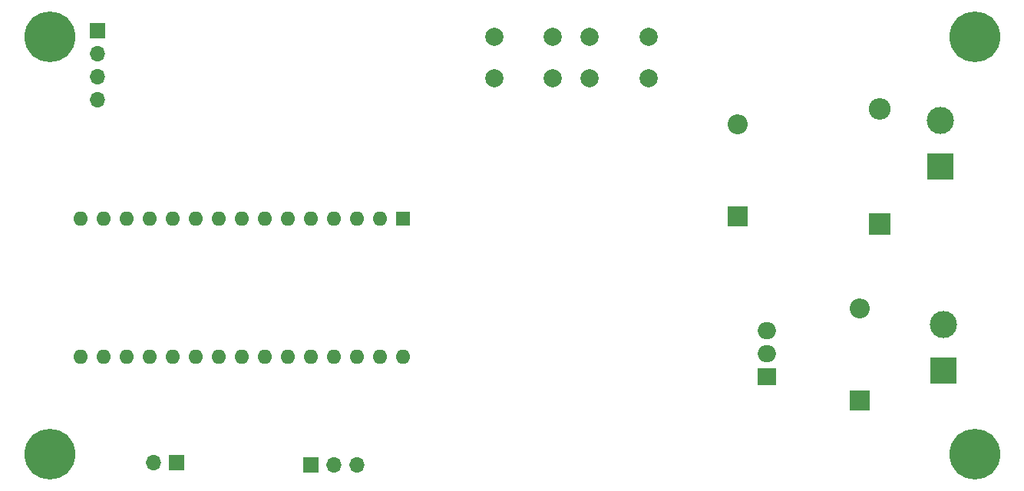
<source format=gbr>
%TF.GenerationSoftware,KiCad,Pcbnew,(6.0.9-0)*%
%TF.CreationDate,2023-03-02T20:06:06+01:00*%
%TF.ProjectId,Dolgoza,446f6c67-6f7a-4612-9e6b-696361645f70,rev?*%
%TF.SameCoordinates,Original*%
%TF.FileFunction,Soldermask,Bot*%
%TF.FilePolarity,Negative*%
%FSLAX46Y46*%
G04 Gerber Fmt 4.6, Leading zero omitted, Abs format (unit mm)*
G04 Created by KiCad (PCBNEW (6.0.9-0)) date 2023-03-02 20:06:06*
%MOMM*%
%LPD*%
G01*
G04 APERTURE LIST*
%ADD10C,2.000000*%
%ADD11R,1.700000X1.700000*%
%ADD12O,1.700000X1.700000*%
%ADD13R,2.000000X1.905000*%
%ADD14O,2.000000X1.905000*%
%ADD15R,3.000000X3.000000*%
%ADD16C,3.000000*%
%ADD17C,5.600000*%
%ADD18O,2.200000X2.200000*%
%ADD19R,2.200000X2.200000*%
%ADD20R,2.400000X2.400000*%
%ADD21O,2.400000X2.400000*%
%ADD22R,1.600000X1.600000*%
%ADD23O,1.600000X1.600000*%
G04 APERTURE END LIST*
D10*
%TO.C,SW2*%
X131550000Y-60500000D03*
X138050000Y-60500000D03*
X131550000Y-56000000D03*
X138050000Y-56000000D03*
%TD*%
%TO.C,SW1*%
X121000000Y-60500000D03*
X127500000Y-60500000D03*
X121000000Y-56000000D03*
X127500000Y-56000000D03*
%TD*%
D11*
%TO.C,U1*%
X100800000Y-103200000D03*
D12*
X103340000Y-103200000D03*
X105880000Y-103200000D03*
%TD*%
D11*
%TO.C,TH1*%
X86000000Y-103000000D03*
D12*
X83460000Y-103000000D03*
%TD*%
D13*
%TO.C,Q1*%
X151100000Y-93500000D03*
D14*
X151100000Y-90960000D03*
X151100000Y-88420000D03*
%TD*%
D15*
%TO.C,J3*%
X170600000Y-92840000D03*
D16*
X170600000Y-87760000D03*
%TD*%
D11*
%TO.C,J2*%
X77300000Y-55300000D03*
D12*
X77300000Y-57840000D03*
X77300000Y-60380000D03*
X77300000Y-62920000D03*
%TD*%
D16*
%TO.C,J1*%
X170200000Y-65220000D03*
D15*
X170200000Y-70300000D03*
%TD*%
D17*
%TO.C,H4*%
X72000000Y-102000000D03*
%TD*%
%TO.C,H3*%
X174000000Y-102000000D03*
%TD*%
%TO.C,H2*%
X174000000Y-56000000D03*
%TD*%
%TO.C,H1*%
X72000000Y-56000000D03*
%TD*%
D18*
%TO.C,D3*%
X161300000Y-85920000D03*
D19*
X161300000Y-96080000D03*
%TD*%
%TO.C,D2*%
X147880000Y-75820000D03*
D18*
X147880000Y-65660000D03*
%TD*%
D20*
%TO.C,D1*%
X163500000Y-76600000D03*
D21*
X163500000Y-63900000D03*
%TD*%
D22*
%TO.C,A1*%
X111000000Y-76000000D03*
D23*
X108460000Y-76000000D03*
X105920000Y-76000000D03*
X103380000Y-76000000D03*
X100840000Y-76000000D03*
X98300000Y-76000000D03*
X95760000Y-76000000D03*
X93220000Y-76000000D03*
X90680000Y-76000000D03*
X88140000Y-76000000D03*
X85600000Y-76000000D03*
X83060000Y-76000000D03*
X80520000Y-76000000D03*
X77980000Y-76000000D03*
X75440000Y-76000000D03*
X75440000Y-91240000D03*
X77980000Y-91240000D03*
X80520000Y-91240000D03*
X83060000Y-91240000D03*
X85600000Y-91240000D03*
X88140000Y-91240000D03*
X90680000Y-91240000D03*
X93220000Y-91240000D03*
X95760000Y-91240000D03*
X98300000Y-91240000D03*
X100840000Y-91240000D03*
X103380000Y-91240000D03*
X105920000Y-91240000D03*
X108460000Y-91240000D03*
X111000000Y-91240000D03*
%TD*%
M02*

</source>
